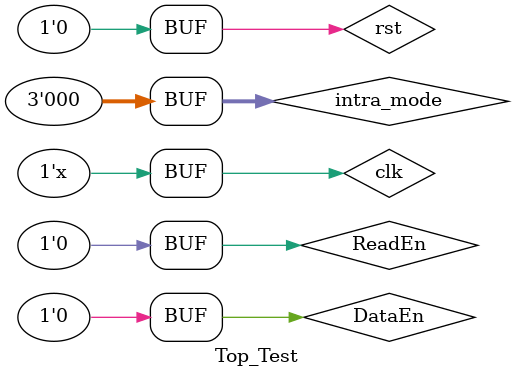
<source format=v>
`timescale 1ns / 1ps


module Top_Test();

    parameter W = 8;
    reg clk, rst;
    reg [2:0] intra_mode;
    reg ReadEn;
    reg DataEn;
    reg [W-1:0] DataIn;
    wire TROut;
    wire [2:0] BP_mode;
    wire [2*W-1:0] DataOut;
    //wire [2*W-1:0] Bram_Out1, Bram_Out2, Bram_Out3;
    //wire [1:0] idx;
    //wire [511:0] VLCOut1, VLCOut2, VLCOut3;
    //wire VLCOutEn1, VLCOutEn2, VLCOutEn3;
    //wire [W-1:0] IBPOut1, IBPOut2, IBPOut3;
    //wire IBPOutEn;
    //wire [4:0] Address;
    
    reg flag;

    initial
    begin
        clk <= 0;
        rst <= 0;
        ReadEn <= 0;
        intra_mode <= 0;
        # 6
        rst <= 1;
        # 8 
        rst <= 0;
        # 4
        DataEn <= 1;
        # 128
        DataEn <= 0;
        # 128
        ReadEn <= 1;
        # 88
        ReadEn <= 0;
    end



    always @(posedge clk)
    begin
        if(rst == 1)
        begin
            DataIn <= 126;
            flag <= 0;
        end
        else if(DataIn == 156)
        begin
            flag <= 1;
            DataIn <= DataIn - 3;
        end
        else if(DataIn == 96)
        begin
            flag <= 0;
            DataIn <= DataIn + 3;
        end
        else if(flag == 0)
            DataIn <= DataIn + 3;
        else
            DataIn <= DataIn - 3;
    end

    always #2 clk = ~clk;

    Top uut(
        .clk(clk),
        .rst(rst),
        .intra_mode(intra_mode),
        .ReadEn(ReadEn),
        .DataEn(DataEn),
        .DataIn(DataIn),
        .TROut(TROut),
        .DataOut(DataOut),
        .BP_mode(BP_mode)
        );
        


endmodule

</source>
